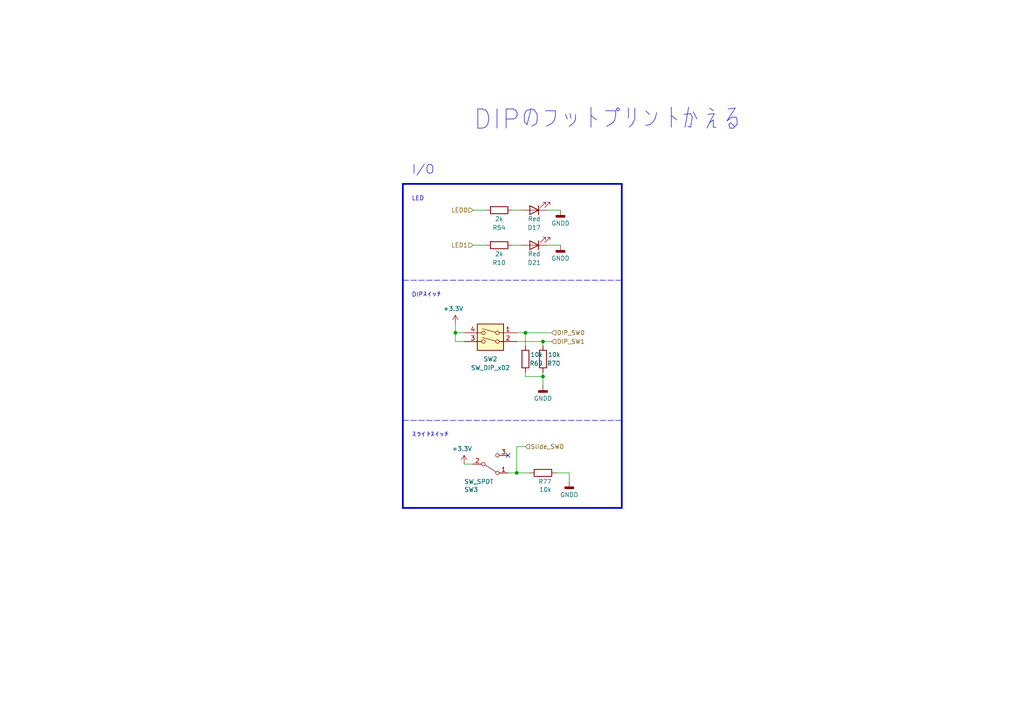
<source format=kicad_sch>
(kicad_sch (version 20230121) (generator eeschema)
  (paper "A4")
  (lib_symbols
    (symbol "Device:LED" (pin_numbers hide) (pin_names (offset 1.016) hide)
      (property "Reference" "D" (at 0 2.54 0))
      (property "Value" "LED" (at 0 -2.54 0))
      (symbol "LED_0_1"
        (polyline (pts (xy -1.27 -1.27) (xy -1.27 1.27)) (stroke (width 0.254)))
        (polyline (pts (xy -1.27 0) (xy 1.27 0)))
        (polyline (pts (xy 1.27 -1.27) (xy 1.27 1.27) (xy -1.27 0) (xy 1.27 -1.27)) (stroke (width 0.254)))
        (polyline (pts (xy -3.048 -0.762) (xy -4.572 -2.286) (xy -3.81 -2.286) (xy -4.572 -2.286) (xy -4.572 -1.524)))
        (polyline (pts (xy -1.778 -0.762) (xy -3.302 -2.286) (xy -2.54 -2.286) (xy -3.302 -2.286) (xy -3.302 -1.524)))
      )
      (symbol "LED_1_1"
        (pin passive line (at -3.81 0 0) (length 2.54) (name "K") (number "1"))
        (pin passive line (at 3.81 0 180) (length 2.54) (name "A") (number "2"))
      )
    )
    (symbol "Device:R" (pin_numbers hide) (pin_names (offset 0))
      (property "Reference" "R" (at 2.032 0 90))
      (property "Value" "R" (at 0 0 90))
      (symbol "R_0_1"
        (rectangle (start -1.016 -2.54) (end 1.016 2.54) (stroke (width 0.254)))
      )
      (symbol "R_1_1"
        (pin passive line (at 0 3.81 270) (length 1.27) (name "~") (number "1"))
        (pin passive line (at 0 -3.81 90) (length 1.27) (name "~") (number "2"))
      )
    )
    (symbol "Switch:SW_DIP_x02" (pin_names (offset 0) hide)
      (property "Reference" "SW" (at 0 6.35 0))
      (property "Value" "SW_DIP_x02" (at 0 -3.81 0))
      (symbol "SW_DIP_x02_0_0"
        (circle (center -2.032 0) (radius 0.508))
        (circle (center -2.032 2.54) (radius 0.508))
        (polyline (pts (xy -1.524 0.127) (xy 2.3622 1.1684)))
        (polyline (pts (xy -1.524 2.667) (xy 2.3622 3.7084)))
        (circle (center 2.032 0) (radius 0.508))
        (circle (center 2.032 2.54) (radius 0.508))
      )
      (symbol "SW_DIP_x02_0_1"
        (rectangle (start -3.81 5.08) (end 3.81 -2.54) (stroke (width 0.254)) (fill (type background)))
      )
      (symbol "SW_DIP_x02_1_1"
        (pin passive line (at -7.62 2.54 0) (length 5.08) (name "~") (number "1"))
        (pin passive line (at -7.62 0 0) (length 5.08) (name "~") (number "2"))
        (pin passive line (at 7.62 0 180) (length 5.08) (name "~") (number "3"))
        (pin passive line (at 7.62 2.54 180) (length 5.08) (name "~") (number "4"))
      )
    )
    (symbol "Switch:SW_SPDT" (pin_names (offset 0) hide)
      (property "Reference" "SW" (at 0 4.318 0))
      (property "Value" "SW_SPDT" (at 0 -5.08 0))
      (symbol "SW_SPDT_0_0"
        (circle (center -2.032 0) (radius 0.508))
        (circle (center 2.032 -2.54) (radius 0.508))
      )
      (symbol "SW_SPDT_0_1"
        (polyline (pts (xy -1.524 0.254) (xy 1.651 2.286)))
        (circle (center 2.032 2.54) (radius 0.508))
      )
      (symbol "SW_SPDT_1_1"
        (pin passive line (at 5.08 2.54 180) (length 2.54) (name "A") (number "1"))
        (pin passive line (at -5.08 0 0) (length 2.54) (name "B") (number "2"))
        (pin passive line (at 5.08 -2.54 180) (length 2.54) (name "C") (number "3"))
      )
    )
    (symbol "power:+3.3V" (power) (pin_names (offset 0))
      (property "Value" "+3.3V" (at 0 3.556 0))
      (symbol "+3.3V_0_1"
        (polyline (pts (xy -0.762 1.27) (xy 0 2.54)))
        (polyline (pts (xy 0 0) (xy 0 2.54)))
        (polyline (pts (xy 0 2.54) (xy 0.762 1.27)))
      )
      (symbol "+3.3V_1_1"
        (pin power_in line (at 0 0 90) (length 0) hide (name "+3.3V") (number "1"))
      )
    )
    (symbol "power:GNDD" (power) (pin_names (offset 0))
      (property "Value" "GNDD" (at 0 -3.175 0))
      (symbol "GNDD_0_1"
        (rectangle (start -1.27 -1.524) (end 1.27 -2.032) (stroke (width 0.254)) (fill (type outline)))
        (polyline (pts (xy 0 0) (xy 0 -1.524)))
      )
      (symbol "GNDD_1_1"
        (pin power_in line (at 0 0 270) (length 0) hide (name "GNDD") (number "1"))
      )
    )
  )
  (junction (at 132.08 96.52))
  (junction (at 149.86 137.16))
  (junction (at 152.4 96.52))
  (junction (at 157.48 109.22))
  (junction (at 157.48 99.06))
  (no_connect (at 147.32 132.08))
  (wire (pts (xy 134.62 134.62) (xy 137.16 134.62)))
  (wire (pts (xy 158.75 71.12) (xy 162.56 71.12)))
  (wire (pts (xy 157.48 109.22) (xy 152.4 109.22)))
  (wire (pts (xy 137.16 71.12) (xy 140.97 71.12)))
  (polyline (pts (xy 116.84 121.92) (xy 180.34 121.92)) (stroke (width 0) (type dash)))
  (wire (pts (xy 137.16 60.96) (xy 140.97 60.96)))
  (wire (pts (xy 132.08 93.98) (xy 132.08 96.52)))
  (wire (pts (xy 149.86 96.52) (xy 152.4 96.52)))
  (wire (pts (xy 147.32 137.16) (xy 149.86 137.16)))
  (polyline (pts (xy 116.84 147.32) (xy 116.84 53.34)) (stroke (width 0.5) (type solid)))
  (wire (pts (xy 161.29 137.16) (xy 165.1 137.16)))
  (wire (pts (xy 157.48 109.22) (xy 157.48 107.95)))
  (wire (pts (xy 157.48 100.33) (xy 157.48 99.06)))
  (wire (pts (xy 132.08 99.06) (xy 134.62 99.06)))
  (wire (pts (xy 157.48 99.06) (xy 160.02 99.06)))
  (wire (pts (xy 149.86 99.06) (xy 157.48 99.06)))
  (polyline (pts (xy 116.84 81.28) (xy 180.34 81.28)) (stroke (width 0) (type dash)))
  (wire (pts (xy 148.59 60.96) (xy 151.13 60.96)))
  (wire (pts (xy 152.4 109.22) (xy 152.4 107.95)))
  (wire (pts (xy 148.59 71.12) (xy 151.13 71.12)))
  (polyline (pts (xy 116.84 53.34) (xy 180.34 53.34)) (stroke (width 0.5) (type solid)))
  (wire (pts (xy 152.4 96.52) (xy 160.02 96.52)))
  (wire (pts (xy 132.08 96.52) (xy 132.08 99.06)))
  (wire (pts (xy 158.75 60.96) (xy 162.56 60.96)))
  (wire (pts (xy 165.1 139.7) (xy 165.1 137.16)))
  (polyline (pts (xy 180.34 147.32) (xy 180.34 53.34)) (stroke (width 0.5) (type solid)))
  (wire (pts (xy 152.4 96.52) (xy 152.4 100.33)))
  (wire (pts (xy 149.86 129.54) (xy 149.86 137.16)))
  (polyline (pts (xy 116.84 147.32) (xy 180.34 147.32)) (stroke (width 0.5) (type solid)))
  (wire (pts (xy 149.86 137.16) (xy 153.67 137.16)))
  (wire (pts (xy 152.4 129.54) (xy 149.86 129.54)))
  (wire (pts (xy 132.08 96.52) (xy 134.62 96.52)))
  (wire (pts (xy 157.48 111.76) (xy 157.48 109.22)))
  (text "スライドスイッチ" (at 119.38 127 0) (effects (font (size 1.27 1.27)) (justify left bottom)))
  (text "DIPのフットプリントかえる" (at 137.16 38.1 0) (effects (font (size 5.56 5.56)) (justify left bottom)))
  (text "I/O" (at 119.38 50.8 0) (effects (font (size 2.54 2.54)) (justify left bottom)))
  (text "DIPスイッチ" (at 119.38 86.36 0) (effects (font (size 1.27 1.27)) (justify left bottom)))
  (text "LED" (at 119.38 58.42 0) (effects (font (size 1.27 1.27)) (justify left bottom)))
  (hierarchical_label "DIP_SW1" (shape input) (at 160.02 99.06 0))
  (hierarchical_label "LED1" (shape input) (at 137.16 71.12 180))
  (hierarchical_label "Slide_SW0" (shape input) (at 152.4 129.54 0))
  (hierarchical_label "LED0" (shape input) (at 137.16 60.96 180))
  (hierarchical_label "DIP_SW0" (shape input) (at 160.02 96.52 0))
  (symbol (lib_id "Device:LED") (at 154.94 60.96 180) (unit 1)
    (property "Reference" "D17" (at 154.94 66.04 0))
    (property "Value" "Red" (at 154.94 63.5 0))
    (property "Footprint" "LED_SMD:LED_0603_1608Metric_Pad1.05x0.95mm_HandSolder" (effects hide))
  )
  (symbol (lib_id "Switch:SW_SPDT") (at 142.24 134.62 0) (mirror x) (unit 1)
    (property "Reference" "SW3" (at 134.62 142.0114 0) (effects (justify left)))
    (property "Value" "SW_SPDT" (at 134.62 139.7 0) (effects (justify left)))
    (property "Footprint" "MyLibrary:SW_Slide_3P_SPDT" (effects hide))
  )
  (symbol (lib_id "power:+3.3V") (at 132.08 93.98 0) (unit 1)
    (property "Reference" "#PWR079" (effects hide))
    (property "Value" "+3.3V" (at 131.445 89.535 0))
  )
  (symbol (lib_id "Switch:SW_DIP_x02") (at 142.24 99.06 0) (mirror y) (unit 1)
    (property "Reference" "SW2" (at 142.24 104.14 0))
    (property "Value" "SW_DIP_x02" (at 142.24 106.68 0))
    (property "Footprint" "Package_DIP:DIP-4_W7.62mm" (effects hide))
  )
  (symbol (lib_id "Device:R") (at 144.78 71.12 270) (mirror x) (unit 1)
    (property "Reference" "R10" (at 144.78 76.2 90))
    (property "Value" "2k" (at 144.78 73.66 90))
    (property "Footprint" "Resistor_SMD:R_0402_1005Metric" (effects hide))
  )
  (symbol (lib_id "power:GNDD") (at 157.48 111.76 0) (unit 1)
    (property "Reference" "#PWR080" (effects hide))
    (property "Value" "GNDD" (at 157.48 115.57 0))
  )
  (symbol (lib_id "power:GNDD") (at 162.56 71.12 0) (unit 1)
    (property "Reference" "#PWR093" (effects hide))
    (property "Value" "GNDD" (at 162.56 74.93 0))
  )
  (symbol (lib_id "Device:R") (at 157.48 137.16 90) (mirror x) (unit 1)
    (property "Reference" "R77" (at 160.02 139.7 90) (effects (justify left)))
    (property "Value" "10k" (at 160.02 142.0114 90) (effects (justify left)))
    (property "Footprint" "Resistor_SMD:R_0402_1005Metric" (effects hide))
  )
  (symbol (lib_id "Device:R") (at 157.48 104.14 180) (unit 1)
    (property "Reference" "R70" (at 162.56 105.41 0) (effects (justify left)))
    (property "Value" "10k" (at 162.56 102.87 0) (effects (justify left)))
    (property "Footprint" "Resistor_SMD:R_0402_1005Metric" (effects hide))
  )
  (symbol (lib_id "Device:LED") (at 154.94 71.12 180) (unit 1)
    (property "Reference" "D21" (at 154.94 76.2 0))
    (property "Value" "Red" (at 154.94 73.66 0))
    (property "Footprint" "LED_SMD:LED_0603_1608Metric_Pad1.05x0.95mm_HandSolder" (effects hide))
  )
  (symbol (lib_id "Device:R") (at 144.78 60.96 270) (mirror x) (unit 1)
    (property "Reference" "R54" (at 144.78 66.04 90))
    (property "Value" "2k" (at 144.78 63.5 90))
    (property "Footprint" "Resistor_SMD:R_0402_1005Metric" (effects hide))
  )
  (symbol (lib_id "power:GNDD") (at 162.56 60.96 0) (unit 1)
    (property "Reference" "#PWR094" (effects hide))
    (property "Value" "GNDD" (at 162.56 64.77 0))
  )
  (symbol (lib_id "Device:R") (at 152.4 104.14 180) (unit 1)
    (property "Reference" "R69" (at 157.48 105.41 0) (effects (justify left)))
    (property "Value" "10k" (at 157.48 102.87 0) (effects (justify left)))
    (property "Footprint" "Resistor_SMD:R_0402_1005Metric" (effects hide))
  )
  (symbol (lib_id "power:+3.3V") (at 134.62 134.62 0) (unit 1)
    (property "Reference" "#PWR091" (effects hide))
    (property "Value" "+3.3V" (at 133.985 130.175 0))
  )
  (symbol (lib_id "power:GNDD") (at 165.1 139.7 0) (unit 1)
    (property "Reference" "#PWR092" (effects hide))
    (property "Value" "GNDD" (at 165.1 143.51 0))
  )
)
</source>
